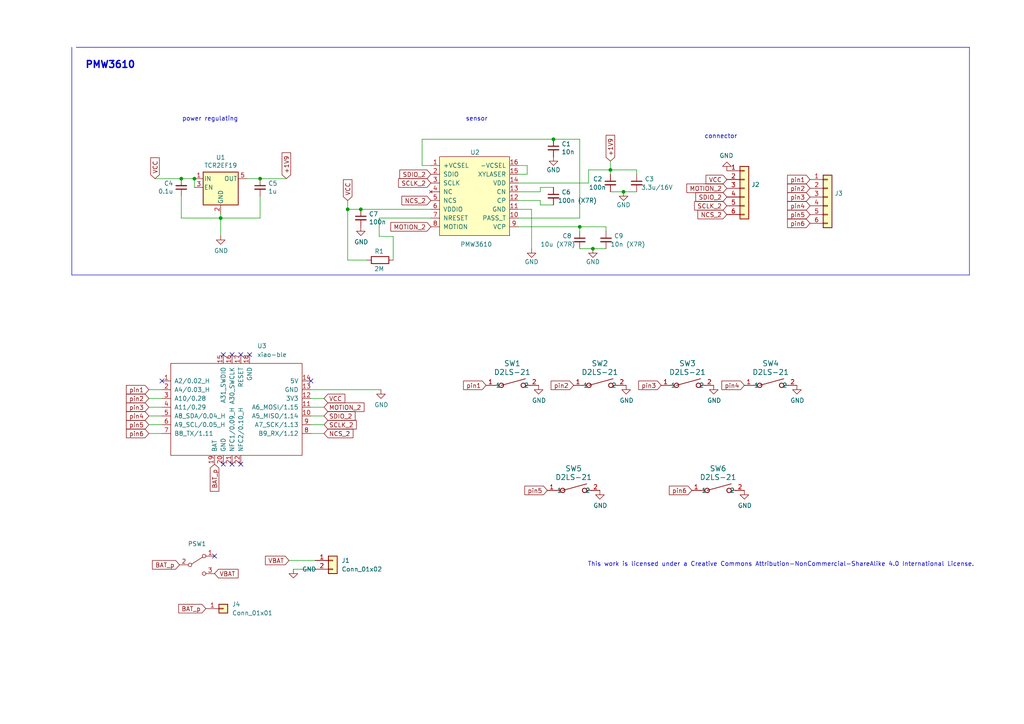
<source format=kicad_sch>
(kicad_sch (version 20250114) (generator "eeschema") (generator_version "9.0")
  (paper "A4")
  (title_block (company "bastard keyboards") (comment 4 "Copyright Quentin Lebastard"))
  (lib_symbols
    (symbol "2024-07-27_01-51-38:D2LS-21" (pin_names (offset 0.254))
      (property "Reference" "SW" (at 7.62 3.81 0))
      (property "Value" "D2LS-21" (at 0 0 0))
      (symbol "D2LS-21_0_1"
        (polyline (pts (xy 2.54 0) (xy 3.81 0)) (stroke (width 0.2032)))
        (polyline (pts (xy 4.445 0) (xy 11.43 1.905)) (stroke (width 0.2032)))
        (circle (center 4.445 0) (radius 0.635) (stroke (width 0.254)))
        (circle (center 10.795 0) (radius 0.635) (stroke (width 0.254)))
        (polyline (pts (xy 12.7 0) (xy 11.43 0)) (stroke (width 0.2032)))
        (pin unspecified line (at 0 0 0) (length 2.54) (name "1") (number "1"))
        (pin unspecified line (at 15.24 0 180) (length 2.54) (name "2") (number "2"))
      )
    )
    (symbol "Connector_Generic:Conn_01x01" (pin_names (offset 1.016) (hide yes))
      (property "Reference" "J" (at 0 2.54 0))
      (property "Value" "Conn_01x01" (at 0 -2.54 0))
      (symbol "Conn_01x01_1_1"
        (rectangle (start -1.27 1.27) (end 1.27 -1.27) (stroke (width 0.254)) (fill (type background)))
        (rectangle (start -1.27 0.127) (end 0 -0.127) (stroke (width 0.1524)))
        (pin passive line (at -5.08 0 0) (length 3.81) (name "Pin_1") (number "1"))
      )
    )
    (symbol "Connector_Generic:Conn_01x02" (pin_names (offset 1.016) (hide yes))
      (property "Reference" "J" (at 0 2.54 0))
      (property "Value" "Conn_01x02" (at 0 -5.08 0))
      (symbol "Conn_01x02_1_1"
        (rectangle (start -1.27 1.27) (end 1.27 -3.81) (stroke (width 0.254)) (fill (type background)))
        (rectangle (start -1.27 0.127) (end 0 -0.127) (stroke (width 0.1524)))
        (rectangle (start -1.27 -2.413) (end 0 -2.667) (stroke (width 0.1524)))
        (pin passive line (at -5.08 0 0) (length 3.81) (name "Pin_1") (number "1"))
        (pin passive line (at -5.08 -2.54 0) (length 3.81) (name "Pin_2") (number "2"))
      )
    )
    (symbol "Connector_Generic:Conn_01x06" (pin_names (offset 1.016) (hide yes))
      (property "Reference" "J" (at 0 7.62 0))
      (property "Value" "Conn_01x06" (at 0 -10.16 0))
      (symbol "Conn_01x06_1_1"
        (rectangle (start -1.27 6.35) (end 1.27 -8.89) (stroke (width 0.254)) (fill (type background)))
        (rectangle (start -1.27 5.207) (end 0 4.953) (stroke (width 0.1524)))
        (rectangle (start -1.27 2.667) (end 0 2.413) (stroke (width 0.1524)))
        (rectangle (start -1.27 0.127) (end 0 -0.127) (stroke (width 0.1524)))
        (rectangle (start -1.27 -2.413) (end 0 -2.667) (stroke (width 0.1524)))
        (rectangle (start -1.27 -4.953) (end 0 -5.207) (stroke (width 0.1524)))
        (rectangle (start -1.27 -7.493) (end 0 -7.747) (stroke (width 0.1524)))
        (pin passive line (at -5.08 5.08 0) (length 3.81) (name "Pin_1") (number "1"))
        (pin passive line (at -5.08 2.54 0) (length 3.81) (name "Pin_2") (number "2"))
        (pin passive line (at -5.08 0 0) (length 3.81) (name "Pin_3") (number "3"))
        (pin passive line (at -5.08 -2.54 0) (length 3.81) (name "Pin_4") (number "4"))
        (pin passive line (at -5.08 -5.08 0) (length 3.81) (name "Pin_5") (number "5"))
        (pin passive line (at -5.08 -7.62 0) (length 3.81) (name "Pin_6") (number "6"))
      )
    )
    (symbol "Device:C_Small" (pin_numbers (hide yes)) (pin_names (offset 0.254) (hide yes))
      (property "Reference" "C" (at 0.254 1.778 0))
      (property "Value" "C_Small" (at 0.254 -2.032 0))
      (symbol "C_Small_0_1"
        (polyline (pts (xy -1.524 0.508) (xy 1.524 0.508)) (stroke (width 0.3048)))
        (polyline (pts (xy -1.524 -0.508) (xy 1.524 -0.508)) (stroke (width 0.3302)))
      )
      (symbol "C_Small_1_1"
        (pin passive line (at 0 2.54 270) (length 2.032) (name "~") (number "1"))
        (pin passive line (at 0 -2.54 90) (length 2.032) (name "~") (number "2"))
      )
    )
    (symbol "Device:R" (pin_numbers (hide yes)) (pin_names (offset 0))
      (property "Reference" "R" (at 2.032 0 90))
      (property "Value" "R" (at 0 0 90))
      (symbol "R_0_1"
        (rectangle (start -1.016 -2.54) (end 1.016 2.54) (stroke (width 0.254)))
      )
      (symbol "R_1_1"
        (pin passive line (at 0 3.81 270) (length 1.27) (name "~") (number "1"))
        (pin passive line (at 0 -3.81 90) (length 1.27) (name "~") (number "2"))
      )
    )
    (symbol "Regulator_Linear:TLV70218_SOT23-5" (pin_names (offset 0.254))
      (property "Reference" "U" (at -3.81 5.715 0))
      (property "Value" "TLV70218_SOT23-5" (at 0 5.715 0))
      (symbol "TLV70218_SOT23-5_0_1"
        (rectangle (start -5.08 4.445) (end 5.08 -5.08) (stroke (width 0.254)) (fill (type background)))
      )
      (symbol "TLV70218_SOT23-5_1_1"
        (pin power_in line (at -7.62 2.54 0) (length 2.54) (name "IN") (number "1"))
        (pin input line (at -7.62 0 0) (length 2.54) (name "EN") (number "3"))
        (pin power_in line (at 0 -7.62 90) (length 2.54) (name "GND") (number "2"))
        (pin no_connect line (at 5.08 0 180) (length 2.54) (hide yes) (name "NC") (number "4"))
        (pin power_out line (at 7.62 2.54 180) (length 2.54) (name "OUT") (number "5"))
      )
    )
    (symbol "Switch:SW_SPDT" (pin_names (offset 0) (hide yes))
      (property "Reference" "SW" (at 0 4.318 0))
      (property "Value" "SW_SPDT" (at 0 -5.08 0))
      (symbol "SW_SPDT_0_0"
        (circle (center -2.032 0) (radius 0.508))
        (circle (center 2.032 -2.54) (radius 0.508))
      )
      (symbol "SW_SPDT_0_1"
        (polyline (pts (xy -1.524 0.254) (xy 1.651 2.286)))
        (circle (center 2.032 2.54) (radius 0.508))
      )
      (symbol "SW_SPDT_1_1"
        (pin passive line (at -5.08 0 0) (length 2.54) (name "B") (number "2"))
        (pin passive line (at 5.08 2.54 180) (length 2.54) (name "A") (number "1"))
        (pin passive line (at 5.08 -2.54 180) (length 2.54) (name "C") (number "3"))
      )
    )
    (symbol "mcu:xiao-ble" (pin_names (offset 1.016))
      (property "Reference" "U" (at -17.78 16.51 0))
      (property "Value" "xiao-ble" (at -15.24 13.97 0))
      (symbol "xiao-ble_0_1"
        (rectangle (start -19.05 12.7) (end 19.05 -13.97))
      )
      (symbol "xiao-ble_1_1"
        (pin bidirectional line (at -21.59 7.62 0) (length 2.54) (name "A2/0.02_H") (number "1"))
        (pin bidirectional line (at -21.59 5.08 0) (length 2.54) (name "A4/0.03_H") (number "2"))
        (pin bidirectional line (at -21.59 2.54 0) (length 2.54) (name "A10/0.28") (number "3"))
        (pin bidirectional line (at -21.59 0 0) (length 2.54) (name "A11/0.29") (number "4"))
        (pin bidirectional line (at -21.59 -2.54 0) (length 2.54) (name "A8_SDA/0.04_H") (number "5"))
        (pin bidirectional line (at -21.59 -5.08 0) (length 2.54) (name "A9_SCL/0.05_H") (number "6"))
        (pin bidirectional line (at -21.59 -7.62 0) (length 2.54) (name "B8_TX/1.11") (number "7"))
        (pin bidirectional line (at -6.35 -16.51 90) (length 2.54) (name "BAT") (number "19"))
        (pin input line (at -3.81 15.24 270) (length 2.54) (name "A31_SWDIO") (number "15"))
        (pin power_out line (at -3.81 -16.51 90) (length 2.54) (name "GND") (number "20"))
        (pin input line (at -1.27 15.24 270) (length 2.54) (name "A30_SWCLK") (number "16"))
        (pin bidirectional line (at -1.27 -16.51 90) (length 2.54) (name "NFC1/0.09_H") (number "21"))
        (pin input line (at 1.27 15.24 270) (length 2.54) (name "RESET") (number "17"))
        (pin bidirectional line (at 1.27 -16.51 90) (length 2.54) (name "NFC2/0.10_H") (number "22"))
        (pin power_out line (at 3.81 15.24 270) (length 2.54) (name "GND") (number "18"))
        (pin power_out line (at 21.59 7.62 180) (length 2.54) (name "5V") (number "14"))
        (pin power_out line (at 21.59 5.08 180) (length 2.54) (name "GND") (number "13"))
        (pin power_out line (at 21.59 2.54 180) (length 2.54) (name "3V3") (number "12"))
        (pin bidirectional line (at 21.59 0 180) (length 2.54) (name "A6_MOSI/1.15") (number "11"))
        (pin bidirectional line (at 21.59 -2.54 180) (length 2.54) (name "A5_MISO/1.14") (number "10"))
        (pin bidirectional line (at 21.59 -5.08 180) (length 2.54) (name "A7_SCK/1.13") (number "9"))
        (pin bidirectional line (at 21.59 -7.62 180) (length 2.54) (name "B9_RX/1.12") (number "8"))
      )
    )
    (symbol "mysymbol:PMW3610" (pin_names (offset 1.016))
      (property "Reference" "U?" (at -1.27 17.78 0))
      (property "Value" "PMW3610" (at 10.16 -12.7 0))
      (symbol "PMW3610_0_0"
        (pin input line (at -12.7 10.16 0) (length 2.54) (name "+VCSEL") (number "1"))
        (pin bidirectional line (at -12.7 7.62 0) (length 2.54) (name "SDIO") (number "2"))
        (pin input line (at -12.7 5.08 0) (length 2.54) (name "SCLK") (number "3"))
        (pin no_connect line (at -12.7 2.54 0) (length 2.54) (name "NC") (number "4"))
        (pin input line (at -12.7 0 0) (length 2.54) (name "NCS") (number "5"))
        (pin input line (at -12.7 -2.54 0) (length 2.54) (name "VDDIO") (number "6"))
        (pin input line (at -12.7 -5.08 0) (length 2.54) (name "NRESET") (number "7"))
        (pin output line (at -12.7 -7.62 0) (length 2.54) (name "MOTION") (number "8"))
        (pin unspecified line (at 12.7 10.16 180) (length 2.54) (name "-VCSEL") (number "16"))
        (pin input line (at 12.7 7.62 180) (length 2.54) (name "XYLASER") (number "15"))
        (pin power_in line (at 12.7 5.08 180) (length 2.54) (name "VDD") (number "14"))
        (pin unspecified line (at 12.7 2.54 180) (length 2.54) (name "CN") (number "13"))
        (pin unspecified line (at 12.7 0 180) (length 2.54) (name "CP") (number "12"))
        (pin input line (at 12.7 -2.54 180) (length 2.54) (name "GND") (number "11"))
        (pin unspecified line (at 12.7 -5.08 180) (length 2.54) (name "PASS_T") (number "10"))
        (pin unspecified line (at 12.7 -7.62 180) (length 2.54) (name "VCP") (number "9"))
      )
      (symbol "PMW3610_0_1"
        (rectangle (start -10.16 12.7) (end 10.16 -10.16) (fill (type background)))
      )
    )
    (symbol "power:GND" (power) (pin_names (offset 0))
      (property "Value" "GND" (at 0 -3.81 0))
      (symbol "GND_0_1"
        (polyline (pts (xy 0 0) (xy 0 -1.27) (xy 1.27 -1.27) (xy 0 -2.54) (xy -1.27 -1.27) (xy 0 -1.27)))
      )
      (symbol "GND_1_1"
        (pin power_in line (at 0 0 270) (length 0) (hide yes) (name "GND") (number "1"))
      )
    )
  )
  (text "This work is licensed under a Creative Commons Attribution-NonCommercial-ShareAlike 4.0 International License." (at 282.575 164.465 0) (effects (font (size 1.27 1.27)) (justify right bottom)))
  (text "sensor" (at 141.478 35.306 0) (effects (font (size 1.27 1.27)) (justify right bottom)))
  (text "PMW3610" (at 24.638 20.066 0) (effects (font (size 2 2) (thickness 0.4) (bold yes)) (justify left bottom)))
  (text "power regulating" (at 69.088 35.306 0) (effects (font (size 1.27 1.27)) (justify right bottom)))
  (text "connector" (at 213.868 40.386 0) (effects (font (size 1.27 1.27)) (justify right bottom)))
  (junction (at 64.008 63.246))
  (junction (at 100.838 60.706))
  (junction (at 168.148 65.786))
  (junction (at 52.578 51.816))
  (junction (at 171.958 72.136))
  (junction (at 177.038 49.276))
  (junction (at 56.388 51.816))
  (junction (at 180.848 55.626))
  (junction (at 104.648 60.706))
  (junction (at 160.528 40.386))
  (junction (at 75.438 51.816))
  (no_connect (at 67.31 102.87))
  (no_connect (at 72.39 102.87))
  (no_connect (at 67.31 134.62))
  (no_connect (at 62.23 161.29))
  (no_connect (at 64.77 134.62))
  (no_connect (at 46.99 110.49))
  (no_connect (at 69.85 102.87))
  (no_connect (at 64.77 102.87))
  (no_connect (at 90.17 110.49))
  (no_connect (at 69.85 134.62))
  (wire (pts (xy 156.718 58.166) (xy 156.718 59.436)))
  (wire (pts (xy 150.368 63.246) (xy 168.148 63.246)))
  (wire (pts (xy 150.368 65.786) (xy 168.148 65.786)))
  (wire (pts (xy 177.038 55.626) (xy 180.848 55.626)))
  (wire (pts (xy 43.18 120.65) (xy 46.99 120.65)))
  (wire (pts (xy 90.17 125.73) (xy 93.98 125.73)))
  (wire (pts (xy 177.038 46.736) (xy 177.038 49.276)))
  (wire (pts (xy 168.148 65.786) (xy 168.148 67.056)))
  (wire (pts (xy 106.426 75.438) (xy 100.838 75.438)))
  (wire (pts (xy 168.148 65.786) (xy 175.768 65.786)))
  (wire (pts (xy 150.368 53.086) (xy 170.688 53.086)))
  (polyline (pts (xy 20.828 13.716) (xy 20.828 79.756)))
  (wire (pts (xy 43.18 125.73) (xy 46.99 125.73)))
  (wire (pts (xy 93.98 118.11) (xy 90.17 118.11)))
  (wire (pts (xy 168.148 72.136) (xy 171.958 72.136)))
  (wire (pts (xy 91.44 165.1) (xy 85.09 165.1)))
  (wire (pts (xy 180.848 55.626) (xy 184.658 55.626)))
  (wire (pts (xy 170.688 53.086) (xy 170.688 49.276)))
  (wire (pts (xy 100.838 60.706) (xy 100.838 75.438)))
  (wire (pts (xy 75.438 63.246) (xy 64.008 63.246)))
  (wire (pts (xy 93.98 123.19) (xy 90.17 123.19)))
  (wire (pts (xy 122.428 48.006) (xy 124.968 48.006)))
  (wire (pts (xy 52.578 51.816) (xy 56.388 51.816)))
  (wire (pts (xy 175.768 65.786) (xy 175.768 67.056)))
  (wire (pts (xy 171.958 72.136) (xy 175.768 72.136)))
  (wire (pts (xy 64.008 61.976) (xy 64.008 63.246)))
  (wire (pts (xy 109.982 63.246) (xy 124.968 63.246)))
  (wire (pts (xy 43.18 123.19) (xy 46.99 123.19)))
  (wire (pts (xy 43.18 115.57) (xy 46.99 115.57)))
  (wire (pts (xy 52.578 56.896) (xy 52.578 63.246)))
  (wire (pts (xy 43.18 118.11) (xy 46.99 118.11)))
  (polyline (pts (xy 22.098 13.716) (xy 281.178 13.716)))
  (wire (pts (xy 150.368 48.006) (xy 152.908 48.006)))
  (wire (pts (xy 91.44 162.56) (xy 83.82 162.56)))
  (wire (pts (xy 110.49 113.03) (xy 90.17 113.03)))
  (wire (pts (xy 93.98 120.65) (xy 90.17 120.65)))
  (wire (pts (xy 56.388 54.356) (xy 56.388 51.816)))
  (wire (pts (xy 160.528 40.386) (xy 122.428 40.386)))
  (wire (pts (xy 114.046 68.58) (xy 109.982 68.58)))
  (wire (pts (xy 156.718 59.436) (xy 160.528 59.436)))
  (wire (pts (xy 52.578 63.246) (xy 64.008 63.246)))
  (wire (pts (xy 100.838 58.166) (xy 100.838 60.706)))
  (wire (pts (xy 71.628 51.816) (xy 75.438 51.816)))
  (wire (pts (xy 156.718 55.626) (xy 156.718 54.356)))
  (wire (pts (xy 150.368 50.546) (xy 152.908 50.546)))
  (polyline (pts (xy 281.178 13.716) (xy 281.178 79.756)))
  (wire (pts (xy 93.98 115.57) (xy 90.17 115.57)))
  (wire (pts (xy 150.368 60.706) (xy 154.178 60.706)))
  (wire (pts (xy 177.038 49.276) (xy 184.658 49.276)))
  (wire (pts (xy 64.008 63.246) (xy 64.008 68.326)))
  (wire (pts (xy 168.148 40.386) (xy 160.528 40.386)))
  (wire (pts (xy 104.648 60.706) (xy 124.968 60.706)))
  (wire (pts (xy 156.718 54.356) (xy 160.528 54.356)))
  (wire (pts (xy 177.038 49.276) (xy 177.038 50.546)))
  (wire (pts (xy 109.982 68.58) (xy 109.982 63.246)))
  (polyline (pts (xy 281.178 79.756) (xy 20.828 79.756)))
  (wire (pts (xy 122.428 40.386) (xy 122.428 48.006)))
  (wire (pts (xy 150.368 58.166) (xy 156.718 58.166)))
  (wire (pts (xy 170.688 49.276) (xy 177.038 49.276)))
  (wire (pts (xy 152.908 48.006) (xy 152.908 50.546)))
  (wire (pts (xy 154.178 60.706) (xy 154.178 72.136)))
  (wire (pts (xy 75.438 56.896) (xy 75.438 63.246)))
  (wire (pts (xy 150.368 55.626) (xy 156.718 55.626)))
  (wire (pts (xy 100.838 60.706) (xy 104.648 60.706)))
  (wire (pts (xy 43.18 113.03) (xy 46.99 113.03)))
  (wire (pts (xy 83.058 51.816) (xy 75.438 51.816)))
  (wire (pts (xy 44.958 51.816) (xy 52.578 51.816)))
  (wire (pts (xy 168.148 63.246) (xy 168.148 40.386)))
  (wire (pts (xy 114.046 68.58) (xy 114.046 75.438)))
  (wire (pts (xy 184.658 49.276) (xy 184.658 50.546)))
  (global_label "MOTION_2" (shape input) (at 210.82 54.61 180) (property "Intersheetrefs" "${INTERSHEET_REFS}" (effects (hide yes))))
  (global_label "SDIO_2" (shape input) (at 210.82 57.15 180) (property "Intersheetrefs" "${INTERSHEET_REFS}" (effects (hide yes))))
  (global_label "NCS_2" (shape input) (at 93.98 125.73 0) (property "Intersheetrefs" "${INTERSHEET_REFS}" (effects (hide yes))))
  (global_label "VBAT" (shape input) (at 83.82 162.56 180) (property "Intersheetrefs" "${INTERSHEET_REFS}" (effects (hide yes))))
  (global_label "BAT_p" (shape input) (at 52.07 163.83 180) (property "Intersheetrefs" "${INTERSHEET_REFS}" (effects (hide yes))))
  (global_label "SCLK_2" (shape input) (at 124.968 53.086 180) (property "Intersheetrefs" "${INTERSHEET_REFS}" (effects (hide yes))))
  (global_label "pin1" (shape input) (at 140.97 111.76 180) (property "Intersheetrefs" "${INTERSHEET_REFS}" (effects (hide yes))))
  (global_label "+1V9" (shape input) (at 83.058 51.816 90) (property "Intersheetrefs" "${INTERSHEET_REFS}" (effects (hide yes))))
  (global_label "pin4" (shape input) (at 43.18 120.65 180) (property "Intersheetrefs" "${INTERSHEET_REFS}" (effects (hide yes))))
  (global_label "pin6" (shape input) (at 200.66 142.24 180) (property "Intersheetrefs" "${INTERSHEET_REFS}" (effects (hide yes))))
  (global_label "pin2" (shape input) (at 234.95 54.61 180) (property "Intersheetrefs" "${INTERSHEET_REFS}" (effects (hide yes))))
  (global_label "pin3" (shape input) (at 234.95 57.15 180) (property "Intersheetrefs" "${INTERSHEET_REFS}" (effects (hide yes))))
  (global_label "VCC" (shape input) (at 93.98 115.57 0) (property "Intersheetrefs" "${INTERSHEET_REFS}" (effects (hide yes))))
  (global_label "SDIO_2" (shape input) (at 124.968 50.546 180) (property "Intersheetrefs" "${INTERSHEET_REFS}" (effects (hide yes))))
  (global_label "BAT_p" (shape input) (at 59.69 176.53 180) (property "Intersheetrefs" "${INTERSHEET_REFS}" (effects (hide yes))))
  (global_label "NCS_2" (shape input) (at 210.82 62.23 180) (property "Intersheetrefs" "${INTERSHEET_REFS}" (effects (hide yes))))
  (global_label "pin5" (shape input) (at 234.95 62.23 180) (property "Intersheetrefs" "${INTERSHEET_REFS}" (effects (hide yes))))
  (global_label "MOTION_2" (shape input) (at 93.98 118.11 0) (property "Intersheetrefs" "${INTERSHEET_REFS}" (effects (hide yes))))
  (global_label "pin2" (shape input) (at 166.37 111.76 180) (property "Intersheetrefs" "${INTERSHEET_REFS}" (effects (hide yes))))
  (global_label "pin6" (shape input) (at 43.18 125.73 180) (property "Intersheetrefs" "${INTERSHEET_REFS}" (effects (hide yes))))
  (global_label "pin3" (shape input) (at 43.18 118.11 180) (property "Intersheetrefs" "${INTERSHEET_REFS}" (effects (hide yes))))
  (global_label "VBAT" (shape input) (at 62.23 166.37 0) (property "Intersheetrefs" "${INTERSHEET_REFS}" (effects (hide yes))))
  (global_label "pin1" (shape input) (at 43.18 113.03 180) (property "Intersheetrefs" "${INTERSHEET_REFS}" (effects (hide yes))))
  (global_label "pin5" (shape input) (at 158.75 142.24 180) (property "Intersheetrefs" "${INTERSHEET_REFS}" (effects (hide yes))))
  (global_label "VCC" (shape input) (at 210.82 52.07 180) (property "Intersheetrefs" "${INTERSHEET_REFS}" (effects (hide yes))))
  (global_label "SDIO_2" (shape input) (at 93.98 120.65 0) (property "Intersheetrefs" "${INTERSHEET_REFS}" (effects (hide yes))))
  (global_label "VCC" (shape input) (at 100.838 58.166 90) (property "Intersheetrefs" "${INTERSHEET_REFS}" (effects (hide yes))))
  (global_label "MOTION_2" (shape input) (at 124.968 65.786 180) (property "Intersheetrefs" "${INTERSHEET_REFS}" (effects (hide yes))))
  (global_label "VCC" (shape input) (at 44.958 51.816 90) (property "Intersheetrefs" "${INTERSHEET_REFS}" (effects (hide yes))))
  (global_label "SCLK_2" (shape input) (at 210.82 59.69 180) (property "Intersheetrefs" "${INTERSHEET_REFS}" (effects (hide yes))))
  (global_label "NCS_2" (shape input) (at 124.968 58.166 180) (property "Intersheetrefs" "${INTERSHEET_REFS}" (effects (hide yes))))
  (global_label "pin5" (shape input) (at 43.18 123.19 180) (property "Intersheetrefs" "${INTERSHEET_REFS}" (effects (hide yes))))
  (global_label "pin4" (shape input) (at 234.95 59.69 180) (property "Intersheetrefs" "${INTERSHEET_REFS}" (effects (hide yes))))
  (global_label "SCLK_2" (shape input) (at 93.98 123.19 0) (property "Intersheetrefs" "${INTERSHEET_REFS}" (effects (hide yes))))
  (global_label "pin1" (shape input) (at 234.95 52.07 180) (property "Intersheetrefs" "${INTERSHEET_REFS}" (effects (hide yes))))
  (global_label "BAT_p" (shape input) (at 62.23 134.62 270) (property "Intersheetrefs" "${INTERSHEET_REFS}" (effects (hide yes))))
  (global_label "pin6" (shape input) (at 234.95 64.77 180) (property "Intersheetrefs" "${INTERSHEET_REFS}" (effects (hide yes))))
  (global_label "pin4" (shape input) (at 215.9 111.76 180) (property "Intersheetrefs" "${INTERSHEET_REFS}" (effects (hide yes))))
  (global_label "pin3" (shape input) (at 191.77 111.76 180) (property "Intersheetrefs" "${INTERSHEET_REFS}" (effects (hide yes))))
  (global_label "pin2" (shape input) (at 43.18 115.57 180) (property "Intersheetrefs" "${INTERSHEET_REFS}" (effects (hide yes))))
  (global_label "+1V9" (shape input) (at 177.038 46.736 90) (property "Intersheetrefs" "${INTERSHEET_REFS}" (effects (hide yes))))
  (symbol (lib_id "Connector_Generic:Conn_01x06") (at 215.9 54.61 0) (unit 1)
    (property "Reference" "J2" (at 217.932 53.5432 0) (effects (justify left)))
    (property "Value" "Conn_01x06" (effects (hide yes)))
    (property "Footprint" "Connector_PinHeader_2.54mm:PinHeader_1x06_P2.54mm_Vertical" (effects (hide yes)))
  )
  (symbol (lib_id "Device:C_Small") (at 104.648 63.246 0) (unit 1)
    (property "Reference" "C7" (at 106.9848 62.0776 0) (effects (justify left)))
    (property "Value" "100n" (at 106.9848 64.389 0) (effects (justify left)))
    (property "Footprint" "Capacitor_SMD:C_0603_1608Metric" (effects (hide yes)))
    (property "LCSC" "C19666" (effects (hide yes)))
  )
  (symbol (lib_id "2024-07-27_01-51-38:D2LS-21") (at 215.9 111.76 0) (unit 1)
    (property "Reference" "SW4" (at 223.52 105.41 0) (effects (font (size 1.524 1.524))))
    (property "Value" "D2LS-21" (at 223.52 107.95 0) (effects (font (size 1.524 1.524))))
    (property "Footprint" "kbd:SW_D2FC-1F_3_OMR_edit" (effects (hide yes)))
    (property "Datasheet" "D2LS-21" (effects (hide yes)))
  )
  (symbol (lib_id "Switch:SW_SPDT") (at 57.15 163.83 0) (unit 1)
    (property "Reference" "PSW1" (at 57.15 157.734 0))
    (property "Value" "SW_SPDT" (effects (hide yes)))
    (property "Footprint" "Button_Switch_THT:SW_Slide_SPDT_Straight_CK_OS102011MS2Q" (effects (hide yes)))
  )
  (symbol (lib_id "Connector_Generic:Conn_01x06") (at 240.03 57.15 0) (unit 1)
    (property "Reference" "J3" (at 242.062 56.0832 0) (effects (justify left)))
    (property "Value" "Conn_01x06" (effects (hide yes)))
    (property "Footprint" "Connector_PinHeader_2.54mm:PinHeader_1x06_P2.54mm_Vertical" (effects (hide yes)))
  )
  (symbol (lib_id "power:GND") (at 104.648 65.786 0) (unit 1)
    (property "Reference" "#PWR0103" (effects (hide yes)))
    (property "Value" "GND" (at 104.775 70.1802 0))
  )
  (symbol (lib_id "power:GND") (at 207.01 111.76 0) (unit 1)
    (property "Reference" "#PWR04" (effects (hide yes)))
    (property "Value" "GND" (at 207.137 116.1542 0))
  )
  (symbol (lib_id "power:GND") (at 85.09 165.1 0) (unit 1)
    (property "Reference" "#PWR08" (effects (hide yes)))
    (property "Value" "GND" (at 87.63 165.1 0) (effects (justify left)))
  )
  (symbol (lib_id "2024-07-27_01-51-38:D2LS-21") (at 140.97 111.76 0) (unit 1)
    (property "Reference" "SW1" (at 148.59 105.41 0) (effects (font (size 1.524 1.524))))
    (property "Value" "D2LS-21" (at 148.59 107.95 0) (effects (font (size 1.524 1.524))))
    (property "Footprint" "kbd:SW_D2FC-1F_3_OMR_edit" (effects (hide yes)))
    (property "Datasheet" "D2LS-21" (effects (hide yes)))
  )
  (symbol (lib_id "2024-07-27_01-51-38:D2LS-21") (at 158.75 142.24 0) (unit 1)
    (property "Reference" "SW5" (at 166.37 135.89 0) (effects (font (size 1.524 1.524))))
    (property "Value" "D2LS-21" (at 166.37 138.43 0) (effects (font (size 1.524 1.524))))
    (property "Footprint" "kbd:SW_D2FC-1F_3_OMR_edit" (effects (hide yes)))
    (property "Datasheet" "D2LS-21" (effects (hide yes)))
  )
  (symbol (lib_id "power:GND") (at 180.848 55.626 0) (unit 1)
    (property "Reference" "#PWR0101" (effects (hide yes)))
    (property "Value" "GND" (at 180.848 59.436 0))
  )
  (symbol (lib_id "Device:C_Small") (at 75.438 54.356 0) (unit 1)
    (property "Reference" "C5" (at 77.7748 53.1876 0) (effects (justify left)))
    (property "Value" "1u" (at 77.7748 55.499 0) (effects (justify left)))
    (property "Footprint" "Capacitor_SMD:C_0603_1608Metric" (effects (hide yes)))
    (property "LCSC" "C15849" (effects (hide yes)))
  )
  (symbol (lib_id "2024-07-27_01-51-38:D2LS-21") (at 200.66 142.24 0) (unit 1)
    (property "Reference" "SW6" (at 208.28 135.89 0) (effects (font (size 1.524 1.524))))
    (property "Value" "D2LS-21" (at 208.28 138.43 0) (effects (font (size 1.524 1.524))))
    (property "Footprint" "kbd:SW_D2FC-1F_3_OMR_edit" (effects (hide yes)))
    (property "Datasheet" "D2LS-21" (effects (hide yes)))
  )
  (symbol (lib_id "Device:C_Small") (at 160.528 56.896 0) (unit 1)
    (property "Reference" "C6" (at 162.8648 55.7276 0) (effects (justify left)))
    (property "Value" "100n (X7R)" (at 161.798 58.166 0) (effects (justify left)))
    (property "Footprint" "Capacitor_SMD:C_0603_1608Metric" (effects (hide yes)))
    (property "LCSC" "C19666" (effects (hide yes)))
  )
  (symbol (lib_id "mcu:xiao-ble") (at 68.58 118.11 0) (unit 1)
    (property "Reference" "U3" (at 74.5841 100.33 0) (effects (justify left)))
    (property "Value" "xiao-ble" (at 74.5841 102.87 0) (effects (justify left)))
    (property "Footprint" "TOTEMlib:xiao-ble-tht" (effects (hide yes)))
  )
  (symbol (lib_id "Connector_Generic:Conn_01x02") (at 96.52 162.56 0) (unit 1)
    (property "Reference" "J1" (at 99.06 162.56 0) (effects (justify left)))
    (property "Value" "Conn_01x02" (at 99.06 165.1 0) (effects (justify left)))
    (property "Footprint" "Connector_JST:JST_XH_S2B-XH-A-1_1x02_P2.50mm_Horizontal" (effects (hide yes)))
  )
  (symbol (lib_id "mysymbol:PMW3610") (at 137.668 58.166 0) (unit 1)
    (property "Reference" "U2" (at 136.398 44.196 0) (effects (justify left)))
    (property "Value" "PMW3610" (at 142.748 70.866 0) (effects (justify right)))
    (property "Footprint" "mylib:PMW3610" (effects (hide yes)))
  )
  (symbol (lib_id "Device:C_Small") (at 52.578 54.356 0) (mirror x) (unit 1)
    (property "Reference" "C4" (at 50.2666 53.1876 0) (effects (justify right)))
    (property "Value" "0.1u" (at 50.2666 55.499 0) (effects (justify right)))
    (property "Footprint" "Capacitor_SMD:C_0603_1608Metric" (effects (hide yes)))
    (property "LCSC" "C14663" (effects (hide yes)))
  )
  (symbol (lib_id "power:GND") (at 160.528 45.466 0) (unit 1)
    (property "Reference" "#PWR0105" (effects (hide yes)))
    (property "Value" "GND" (at 160.528 49.276 0))
  )
  (symbol (lib_id "2024-07-27_01-51-38:D2LS-21") (at 191.77 111.76 0) (unit 1)
    (property "Reference" "SW3" (at 199.39 105.41 0) (effects (font (size 1.524 1.524))))
    (property "Value" "D2LS-21" (at 199.39 107.95 0) (effects (font (size 1.524 1.524))))
    (property "Footprint" "kbd:SW_D2FC-1F_3_OMR_edit" (effects (hide yes)))
    (property "Datasheet" "D2LS-21" (effects (hide yes)))
  )
  (symbol (lib_id "2024-07-27_01-51-38:D2LS-21") (at 166.37 111.76 0) (unit 1)
    (property "Reference" "SW2" (at 173.99 105.41 0) (effects (font (size 1.524 1.524))))
    (property "Value" "D2LS-21" (at 173.99 107.95 0) (effects (font (size 1.524 1.524))))
    (property "Footprint" "kbd:SW_D2FC-1F_3_OMR_edit" (effects (hide yes)))
    (property "Datasheet" "D2LS-21" (effects (hide yes)))
  )
  (symbol (lib_id "power:GND") (at 173.99 142.24 0) (unit 1)
    (property "Reference" "#PWR06" (effects (hide yes)))
    (property "Value" "GND" (at 174.117 146.6342 0))
  )
  (symbol (lib_id "power:GND") (at 171.958 72.136 0) (unit 1)
    (property "Reference" "#PWR0102" (effects (hide yes)))
    (property "Value" "GND" (at 171.958 75.946 0))
  )
  (symbol (lib_id "power:GND") (at 154.178 72.136 0) (unit 1)
    (property "Reference" "#PWR0109" (effects (hide yes)))
    (property "Value" "GND" (at 154.178 75.946 0))
  )
  (symbol (lib_id "Device:R") (at 110.236 75.438 270) (unit 1)
    (property "Reference" "R1" (at 109.982 72.898 90))
    (property "Value" "2M" (at 109.982 77.978 90))
    (property "Footprint" "Resistor_SMD:R_0603_1608Metric" (effects (hide yes)))
  )
  (symbol (lib_id "Device:C_Small") (at 177.038 53.086 0) (mirror y) (unit 1)
    (property "Reference" "C2" (at 174.7012 51.9176 0) (effects (justify left)))
    (property "Value" "100n" (at 175.768 54.356 0) (effects (justify left)))
    (property "Footprint" "Capacitor_SMD:C_0603_1608Metric" (effects (hide yes)))
    (property "LCSC" "C19666" (effects (hide yes)))
  )
  (symbol (lib_id "Device:C_Small") (at 160.528 42.926 0) (unit 1)
    (property "Reference" "C1" (at 162.8648 41.7576 0) (effects (justify left)))
    (property "Value" "10n" (at 162.8648 44.069 0) (effects (justify left)))
    (property "Footprint" "Capacitor_SMD:C_0603_1608Metric" (effects (hide yes)))
    (property "LCSC" "C19666" (effects (hide yes)))
  )
  (symbol (lib_id "power:GND") (at 231.14 111.76 0) (unit 1)
    (property "Reference" "#PWR05" (effects (hide yes)))
    (property "Value" "GND" (at 231.267 116.1542 0))
  )
  (symbol (lib_id "Connector_Generic:Conn_01x01") (at 64.77 176.53 0) (unit 1)
    (property "Reference" "J4" (at 67.31 175.26 0) (effects (justify left)))
    (property "Value" "Conn_01x01" (at 67.31 177.8 0) (effects (justify left)))
    (property "Footprint" "Connector_PinHeader_2.54mm:PinHeader_1x01_P2.54mm_Vertical" (effects (hide yes)))
  )
  (symbol (lib_id "power:GND") (at 181.61 111.76 0) (unit 1)
    (property "Reference" "#PWR03" (effects (hide yes)))
    (property "Value" "GND" (at 181.737 116.1542 0))
  )
  (symbol (lib_id "Regulator_Linear:TLV70218_SOT23-5") (at 64.008 54.356 0) (unit 1)
    (property "Reference" "U1" (at 64.008 45.6692 0))
    (property "Value" "TCR2EF19" (at 64.008 47.9806 0))
    (property "Footprint" "Package_TO_SOT_SMD:SOT-23-5" (effects (hide yes)))
    (property "LCSC" "C146366" (effects (hide yes)))
  )
  (symbol (lib_id "power:GND") (at 64.008 68.326 0) (unit 1)
    (property "Reference" "#PWR0104" (effects (hide yes)))
    (property "Value" "GND" (at 64.135 72.7202 0))
  )
  (symbol (lib_id "Device:C_Small") (at 184.658 53.086 0) (unit 1)
    (property "Reference" "C3" (at 186.9948 51.9176 0) (effects (justify left)))
    (property "Value" "3.3u/16V" (at 185.928 54.356 0) (effects (justify left)))
    (property "Footprint" "Capacitor_SMD:C_0603_1608Metric" (effects (hide yes)))
    (property "LCSC" "C19666" (effects (hide yes)))
  )
  (symbol (lib_id "power:GND") (at 156.21 111.76 0) (unit 1)
    (property "Reference" "#PWR01" (effects (hide yes)))
    (property "Value" "GND" (at 156.337 116.1542 0))
  )
  (symbol (lib_id "Device:C_Small") (at 168.148 69.596 0) (mirror y) (unit 1)
    (property "Reference" "C8" (at 165.8112 68.4276 0) (effects (justify left)))
    (property "Value" "10u (X7R)" (at 166.878 70.866 0) (effects (justify left)))
    (property "Footprint" "Capacitor_SMD:C_0603_1608Metric" (effects (hide yes)))
    (property "LCSC" "C19666" (effects (hide yes)))
  )
  (symbol (lib_id "Device:C_Small") (at 175.768 69.596 0) (unit 1)
    (property "Reference" "C9" (at 178.1048 68.4276 0) (effects (justify left)))
    (property "Value" "10n (X7R)" (at 177.038 70.866 0) (effects (justify left)))
    (property "Footprint" "Capacitor_SMD:C_0603_1608Metric" (effects (hide yes)))
    (property "LCSC" "C19666" (effects (hide yes)))
  )
  (symbol (lib_id "power:GND") (at 110.49 113.03 0) (unit 1)
    (property "Reference" "#PWR02" (effects (hide yes)))
    (property "Value" "GND" (at 110.617 117.4242 0))
  )
  (symbol (lib_id "power:GND") (at 210.82 49.53 180) (unit 1)
    (property "Reference" "#PWR09" (effects (hide yes)))
    (property "Value" "GND" (at 210.693 45.1358 0))
  )
  (symbol (lib_id "power:GND") (at 215.9 142.24 0) (unit 1)
    (property "Reference" "#PWR07" (effects (hide yes)))
    (property "Value" "GND" (at 216.027 146.6342 0))
  )
)
</source>
